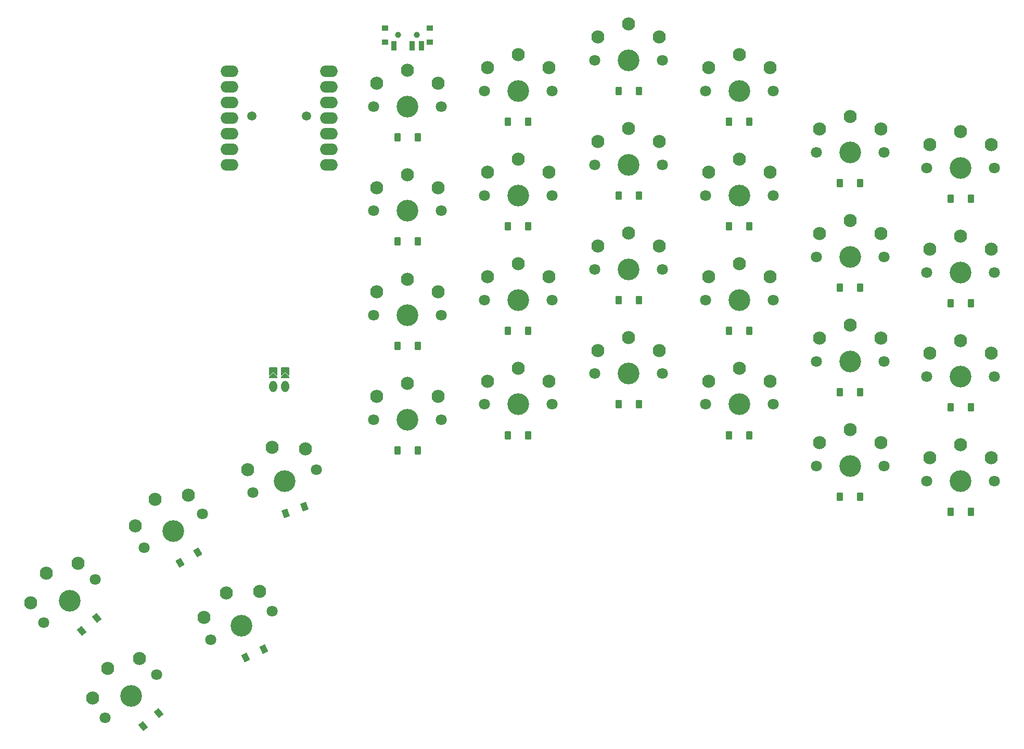
<source format=gbr>
%TF.GenerationSoftware,KiCad,Pcbnew,8.0.6*%
%TF.CreationDate,2025-01-31T15:21:25+01:00*%
%TF.ProjectId,sleepy58,736c6565-7079-4353-982e-6b696361645f,v1.0.0*%
%TF.SameCoordinates,Original*%
%TF.FileFunction,Soldermask,Bot*%
%TF.FilePolarity,Negative*%
%FSLAX46Y46*%
G04 Gerber Fmt 4.6, Leading zero omitted, Abs format (unit mm)*
G04 Created by KiCad (PCBNEW 8.0.6) date 2025-01-31 15:21:25*
%MOMM*%
%LPD*%
G01*
G04 APERTURE LIST*
G04 Aperture macros list*
%AMRoundRect*
0 Rectangle with rounded corners*
0 $1 Rounding radius*
0 $2 $3 $4 $5 $6 $7 $8 $9 X,Y pos of 4 corners*
0 Add a 4 corners polygon primitive as box body*
4,1,4,$2,$3,$4,$5,$6,$7,$8,$9,$2,$3,0*
0 Add four circle primitives for the rounded corners*
1,1,$1+$1,$2,$3*
1,1,$1+$1,$4,$5*
1,1,$1+$1,$6,$7*
1,1,$1+$1,$8,$9*
0 Add four rect primitives between the rounded corners*
20,1,$1+$1,$2,$3,$4,$5,0*
20,1,$1+$1,$4,$5,$6,$7,0*
20,1,$1+$1,$6,$7,$8,$9,0*
20,1,$1+$1,$8,$9,$2,$3,0*%
%AMFreePoly0*
4,1,16,0.635355,0.285355,0.650000,0.250000,0.650000,-1.000000,0.635355,-1.035355,0.600000,-1.050000,0.564645,-1.035355,0.000000,-0.470710,-0.564645,-1.035355,-0.600000,-1.050000,-0.635355,-1.035355,-0.650000,-1.000000,-0.650000,0.250000,-0.635355,0.285355,-0.600000,0.300000,0.600000,0.300000,0.635355,0.285355,0.635355,0.285355,$1*%
%AMFreePoly1*
4,1,14,0.035355,0.435355,0.635355,-0.164645,0.650000,-0.200000,0.650000,-0.400000,0.635355,-0.435355,0.600000,-0.450000,-0.600000,-0.450000,-0.635355,-0.435355,-0.650000,-0.400000,-0.650000,-0.200000,-0.635355,-0.164645,-0.035355,0.435355,0.000000,0.450000,0.035355,0.435355,0.035355,0.435355,$1*%
G04 Aperture macros list end*
%ADD10RoundRect,0.050000X-0.450000X-0.600000X0.450000X-0.600000X0.450000X0.600000X-0.450000X0.600000X0*%
%ADD11C,1.801800*%
%ADD12C,3.529000*%
%ADD13C,2.132000*%
%ADD14RoundRect,0.050000X0.040953X-0.748881X0.730393X-0.170372X-0.040953X0.748881X-0.730393X0.170372X0*%
%ADD15RoundRect,0.050000X-0.217650X-0.717725X0.628074X-0.409907X0.217650X0.717725X-0.628074X0.409907X0*%
%ADD16RoundRect,0.050000X-0.089711X-0.744615X0.689711X-0.294615X0.089711X0.744615X-0.689711X0.294615X0*%
%ADD17FreePoly0,0.000000*%
%ADD18O,1.300000X1.850000*%
%ADD19FreePoly1,0.000000*%
%ADD20O,2.850000X1.900000*%
%ADD21C,1.497000*%
%ADD22RoundRect,0.050000X-0.154268X-0.733963X0.661409X-0.353606X0.154268X0.733963X-0.661409X0.353606X0*%
%ADD23RoundRect,0.050000X-0.500000X-0.400000X0.500000X-0.400000X0.500000X0.400000X-0.500000X0.400000X0*%
%ADD24C,1.000000*%
%ADD25RoundRect,0.050000X-0.350000X-0.750000X0.350000X-0.750000X0.350000X0.750000X-0.350000X0.750000X0*%
G04 APERTURE END LIST*
D10*
%TO.C,D1*%
X98350000Y-105000000D03*
X101650000Y-105000000D03*
%TD*%
D11*
%TO.C,S12*%
X130500000Y-41500000D03*
D12*
X136000000Y-41500000D03*
D11*
X141500000Y-41500000D03*
D13*
X131000000Y-37700000D03*
X141000000Y-37700000D03*
X136000000Y-35600000D03*
X136000000Y-35600000D03*
%TD*%
D10*
%TO.C,D21*%
X188350000Y-115000000D03*
X191650000Y-115000000D03*
%TD*%
D14*
%TO.C,D29*%
X56949927Y-149890800D03*
X59477873Y-147769600D03*
%TD*%
D10*
%TO.C,D2*%
X98350000Y-88000000D03*
X101650000Y-88000000D03*
%TD*%
%TO.C,D14*%
X152350000Y-85500000D03*
X155650000Y-85500000D03*
%TD*%
D11*
%TO.C,S2*%
X94500000Y-83000000D03*
D12*
X100000000Y-83000000D03*
D11*
X105500000Y-83000000D03*
D13*
X95000000Y-79200000D03*
X105000000Y-79200000D03*
X100000000Y-77100000D03*
X100000000Y-77100000D03*
%TD*%
D10*
%TO.C,D6*%
X116350000Y-85500000D03*
X119650000Y-85500000D03*
%TD*%
%TO.C,D9*%
X134350000Y-97500000D03*
X137650000Y-97500000D03*
%TD*%
%TO.C,D8*%
X116350000Y-51500000D03*
X119650000Y-51500000D03*
%TD*%
D11*
%TO.C,S18*%
X166500000Y-90500000D03*
D12*
X172000000Y-90500000D03*
D11*
X177500000Y-90500000D03*
D13*
X167000000Y-86700000D03*
X177000000Y-86700000D03*
X172000000Y-84600000D03*
X172000000Y-84600000D03*
%TD*%
D15*
%TO.C,D25*%
X80159607Y-115262833D03*
X83260593Y-114134167D03*
%TD*%
D11*
%TO.C,S29*%
X50786756Y-148535332D03*
D12*
X55000000Y-145000000D03*
D11*
X59213244Y-141464668D03*
D13*
X48727185Y-145302969D03*
X56387629Y-138875093D03*
X51207553Y-140480338D03*
X51207553Y-140480338D03*
%TD*%
D11*
%TO.C,S3*%
X94500000Y-66000000D03*
D12*
X100000000Y-66000000D03*
D11*
X105500000Y-66000000D03*
D13*
X95000000Y-62200000D03*
X105000000Y-62200000D03*
X100000000Y-60100000D03*
X100000000Y-60100000D03*
%TD*%
D11*
%TO.C,S16*%
X148500000Y-46500000D03*
D12*
X154000000Y-46500000D03*
D11*
X159500000Y-46500000D03*
D13*
X149000000Y-42700000D03*
X159000000Y-42700000D03*
X154000000Y-40600000D03*
X154000000Y-40600000D03*
%TD*%
D11*
%TO.C,S11*%
X130500000Y-58500000D03*
D12*
X136000000Y-58500000D03*
D11*
X141500000Y-58500000D03*
D13*
X131000000Y-54700000D03*
X141000000Y-54700000D03*
X136000000Y-52600000D03*
X136000000Y-52600000D03*
%TD*%
D16*
%TO.C,D26*%
X62971058Y-123255100D03*
X65828942Y-121605100D03*
%TD*%
D10*
%TO.C,D5*%
X116350000Y-102500000D03*
X119650000Y-102500000D03*
%TD*%
%TO.C,D12*%
X134350000Y-46500000D03*
X137650000Y-46500000D03*
%TD*%
D11*
%TO.C,S5*%
X112500000Y-97500000D03*
D12*
X118000000Y-97500000D03*
D11*
X123500000Y-97500000D03*
D13*
X113000000Y-93700000D03*
X123000000Y-93700000D03*
X118000000Y-91600000D03*
X118000000Y-91600000D03*
%TD*%
D11*
%TO.C,S27*%
X40786756Y-133035332D03*
D12*
X45000000Y-129500000D03*
D11*
X49213244Y-125964668D03*
D13*
X38727185Y-129802969D03*
X46387629Y-123375093D03*
X41207553Y-124980338D03*
X41207553Y-124980338D03*
%TD*%
D11*
%TO.C,S21*%
X184500000Y-110000000D03*
D12*
X190000000Y-110000000D03*
D11*
X195500000Y-110000000D03*
D13*
X185000000Y-106200000D03*
X195000000Y-106200000D03*
X190000000Y-104100000D03*
X190000000Y-104100000D03*
%TD*%
D11*
%TO.C,S13*%
X148500000Y-97500000D03*
D12*
X154000000Y-97500000D03*
D11*
X159500000Y-97500000D03*
D13*
X149000000Y-93700000D03*
X159000000Y-93700000D03*
X154000000Y-91600000D03*
X154000000Y-91600000D03*
%TD*%
D10*
%TO.C,D23*%
X188350000Y-81000000D03*
X191650000Y-81000000D03*
%TD*%
%TO.C,D4*%
X98350000Y-54000000D03*
X101650000Y-54000000D03*
%TD*%
D11*
%TO.C,S19*%
X166500000Y-73500000D03*
D12*
X172000000Y-73500000D03*
D11*
X177500000Y-73500000D03*
D13*
X167000000Y-69700000D03*
X177000000Y-69700000D03*
X172000000Y-67600000D03*
X172000000Y-67600000D03*
%TD*%
D14*
%TO.C,D27*%
X46949927Y-134390800D03*
X49477873Y-132269600D03*
%TD*%
D10*
%TO.C,D15*%
X152350000Y-68500000D03*
X155650000Y-68500000D03*
%TD*%
D11*
%TO.C,S14*%
X148500000Y-80500000D03*
D12*
X154000000Y-80500000D03*
D11*
X159500000Y-80500000D03*
D13*
X149000000Y-76700000D03*
X159000000Y-76700000D03*
X154000000Y-74600000D03*
X154000000Y-74600000D03*
%TD*%
D11*
%TO.C,S15*%
X148500000Y-63500000D03*
D12*
X154000000Y-63500000D03*
D11*
X159500000Y-63500000D03*
D13*
X149000000Y-59700000D03*
X159000000Y-59700000D03*
X154000000Y-57600000D03*
X154000000Y-57600000D03*
%TD*%
D10*
%TO.C,D17*%
X170350000Y-112500000D03*
X173650000Y-112500000D03*
%TD*%
D17*
%TO.C,JST1*%
X78100000Y-91784000D03*
X80100000Y-91784000D03*
D18*
X80100000Y-94600000D03*
X78100000Y-94600000D03*
D19*
X80100000Y-92800000D03*
X78100000Y-92800000D03*
%TD*%
D11*
%TO.C,S20*%
X166500000Y-56500000D03*
D12*
X172000000Y-56500000D03*
D11*
X177500000Y-56500000D03*
D13*
X167000000Y-52700000D03*
X177000000Y-52700000D03*
X172000000Y-50600000D03*
X172000000Y-50600000D03*
%TD*%
D10*
%TO.C,D22*%
X188350000Y-98000000D03*
X191650000Y-98000000D03*
%TD*%
D11*
%TO.C,S28*%
X68015307Y-135824400D03*
D12*
X73000000Y-133500000D03*
D11*
X77984693Y-131175600D03*
D13*
X66862512Y-132169122D03*
X75925590Y-127942939D03*
X70506552Y-128152784D03*
X70506552Y-128152784D03*
%TD*%
D11*
%TO.C,S24*%
X184500000Y-59000000D03*
D12*
X190000000Y-59000000D03*
D11*
X195500000Y-59000000D03*
D13*
X185000000Y-55200000D03*
X195000000Y-55200000D03*
X190000000Y-53100000D03*
X190000000Y-53100000D03*
%TD*%
D10*
%TO.C,D7*%
X116350000Y-68500000D03*
X119650000Y-68500000D03*
%TD*%
%TO.C,D20*%
X170350000Y-61500000D03*
X173650000Y-61500000D03*
%TD*%
D11*
%TO.C,S6*%
X112500000Y-80500000D03*
D12*
X118000000Y-80500000D03*
D11*
X123500000Y-80500000D03*
D13*
X113000000Y-76700000D03*
X123000000Y-76700000D03*
X118000000Y-74600000D03*
X118000000Y-74600000D03*
%TD*%
D11*
%TO.C,S9*%
X130500000Y-92500000D03*
D12*
X136000000Y-92500000D03*
D11*
X141500000Y-92500000D03*
D13*
X131000000Y-88700000D03*
X141000000Y-88700000D03*
X136000000Y-86600000D03*
X136000000Y-86600000D03*
%TD*%
D10*
%TO.C,D10*%
X134350000Y-80500000D03*
X137650000Y-80500000D03*
%TD*%
D11*
%TO.C,S25*%
X74831691Y-111881111D03*
D12*
X80000000Y-110000000D03*
D11*
X85168309Y-108118889D03*
D13*
X74001860Y-108139269D03*
X83398787Y-104719067D03*
X77982081Y-104455814D03*
X77982081Y-104455814D03*
%TD*%
D11*
%TO.C,S23*%
X184500000Y-76000000D03*
D12*
X190000000Y-76000000D03*
D11*
X195500000Y-76000000D03*
D13*
X185000000Y-72200000D03*
X195000000Y-72200000D03*
X190000000Y-70100000D03*
X190000000Y-70100000D03*
%TD*%
D10*
%TO.C,D3*%
X98350000Y-71000000D03*
X101650000Y-71000000D03*
%TD*%
D20*
%TO.C,MCU1*%
X87194960Y-43280000D03*
X87194960Y-45820000D03*
X87194960Y-48360000D03*
X87194960Y-50900000D03*
X87194960Y-53440000D03*
X87194960Y-55980000D03*
X87194960Y-58520000D03*
X71005040Y-58520000D03*
X71005040Y-55980000D03*
X71005040Y-53440000D03*
X71005040Y-50900000D03*
X71005040Y-48360000D03*
X71005040Y-45820000D03*
X71005040Y-43280000D03*
D21*
X74655000Y-50583000D03*
X83545000Y-50583000D03*
%TD*%
D10*
%TO.C,D11*%
X134350000Y-63500000D03*
X137650000Y-63500000D03*
%TD*%
D11*
%TO.C,S4*%
X94500000Y-49000000D03*
D12*
X100000000Y-49000000D03*
D11*
X105500000Y-49000000D03*
D13*
X95000000Y-45200000D03*
X105000000Y-45200000D03*
X100000000Y-43100000D03*
X100000000Y-43100000D03*
%TD*%
D11*
%TO.C,S8*%
X112500000Y-46500000D03*
D12*
X118000000Y-46500000D03*
D11*
X123500000Y-46500000D03*
D13*
X113000000Y-42700000D03*
X123000000Y-42700000D03*
X118000000Y-40600000D03*
X118000000Y-40600000D03*
%TD*%
D11*
%TO.C,S1*%
X94500000Y-100000000D03*
D12*
X100000000Y-100000000D03*
D11*
X105500000Y-100000000D03*
D13*
X95000000Y-96200000D03*
X105000000Y-96200000D03*
X100000000Y-94100000D03*
X100000000Y-94100000D03*
%TD*%
D10*
%TO.C,D16*%
X152350000Y-51500000D03*
X155650000Y-51500000D03*
%TD*%
D11*
%TO.C,S7*%
X112500000Y-63500000D03*
D12*
X118000000Y-63500000D03*
D11*
X123500000Y-63500000D03*
D13*
X113000000Y-59700000D03*
X123000000Y-59700000D03*
X118000000Y-57600000D03*
X118000000Y-57600000D03*
%TD*%
D22*
%TO.C,D28*%
X73617692Y-138728820D03*
X76608508Y-137334180D03*
%TD*%
D11*
%TO.C,S17*%
X166500000Y-107500000D03*
D12*
X172000000Y-107500000D03*
D11*
X177500000Y-107500000D03*
D13*
X167000000Y-103700000D03*
X177000000Y-103700000D03*
X172000000Y-101600000D03*
X172000000Y-101600000D03*
%TD*%
D23*
%TO.C,PWR1*%
X96350000Y-38495000D03*
X103650000Y-38495000D03*
D24*
X98500000Y-37385000D03*
X101500000Y-37385000D03*
D23*
X96350000Y-36285000D03*
X103650000Y-36285000D03*
D25*
X97750000Y-39145000D03*
X100750000Y-39145000D03*
X102250000Y-39145000D03*
%TD*%
D10*
%TO.C,D13*%
X152350000Y-102500000D03*
X155650000Y-102500000D03*
%TD*%
D11*
%TO.C,S26*%
X57136860Y-120850000D03*
D12*
X61900000Y-118100000D03*
D11*
X66663140Y-115350000D03*
D13*
X55669873Y-117309103D03*
X64330127Y-112309103D03*
X58950000Y-112990450D03*
X58950000Y-112990450D03*
%TD*%
D10*
%TO.C,D19*%
X170350000Y-78500000D03*
X173650000Y-78500000D03*
%TD*%
D11*
%TO.C,S10*%
X130500000Y-75500000D03*
D12*
X136000000Y-75500000D03*
D11*
X141500000Y-75500000D03*
D13*
X131000000Y-71700000D03*
X141000000Y-71700000D03*
X136000000Y-69600000D03*
X136000000Y-69600000D03*
%TD*%
D10*
%TO.C,D18*%
X170350000Y-95500000D03*
X173650000Y-95500000D03*
%TD*%
D11*
%TO.C,S22*%
X184500000Y-93000000D03*
D12*
X190000000Y-93000000D03*
D11*
X195500000Y-93000000D03*
D13*
X185000000Y-89200000D03*
X195000000Y-89200000D03*
X190000000Y-87100000D03*
X190000000Y-87100000D03*
%TD*%
D10*
%TO.C,D24*%
X188350000Y-64000000D03*
X191650000Y-64000000D03*
%TD*%
M02*

</source>
